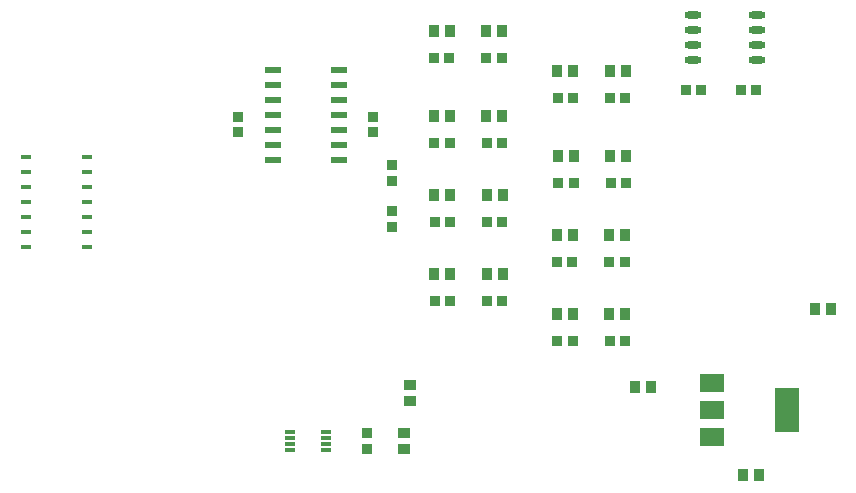
<source format=gbp>
G04*
G04 #@! TF.GenerationSoftware,Altium Limited,Altium Designer,20.0.11 (256)*
G04*
G04 Layer_Color=128*
%FSLAX25Y25*%
%MOIN*%
G70*
G01*
G75*
%ADD16R,0.03543X0.03937*%
%ADD17R,0.03937X0.03543*%
%ADD26R,0.03740X0.03347*%
%ADD27R,0.03347X0.03740*%
%ADD28R,0.03500X0.01654*%
%ADD29R,0.05709X0.02362*%
%ADD30O,0.05709X0.02362*%
%ADD64R,0.07874X0.05906*%
%ADD65R,0.07874X0.14961*%
%ADD66R,0.03543X0.01181*%
D16*
X314567Y37697D02*
D03*
X319882D02*
D03*
X350689Y8268D02*
D03*
X356004D02*
D03*
X374410Y63681D02*
D03*
X379724D02*
D03*
X270374Y75394D02*
D03*
X265059D02*
D03*
X247638D02*
D03*
X252953D02*
D03*
X311417Y142913D02*
D03*
X306102D02*
D03*
X288681D02*
D03*
X293996D02*
D03*
X270374Y101772D02*
D03*
X265059D02*
D03*
X247638D02*
D03*
X252953D02*
D03*
X311614Y114567D02*
D03*
X306299D02*
D03*
X288878D02*
D03*
X294193D02*
D03*
X270276Y127953D02*
D03*
X264961D02*
D03*
X247539D02*
D03*
X252854D02*
D03*
X270177Y156299D02*
D03*
X264862D02*
D03*
X247441D02*
D03*
X252756D02*
D03*
X311221Y88386D02*
D03*
X305906D02*
D03*
X288484D02*
D03*
X293799D02*
D03*
X288583Y62008D02*
D03*
X293898D02*
D03*
X311319D02*
D03*
X306004D02*
D03*
D17*
X239370Y38287D02*
D03*
Y32972D02*
D03*
X237421Y17028D02*
D03*
Y22343D02*
D03*
D26*
X233661Y111614D02*
D03*
Y106496D02*
D03*
Y91142D02*
D03*
Y96260D02*
D03*
X227362Y122736D02*
D03*
Y127854D02*
D03*
X182283Y122736D02*
D03*
Y127854D02*
D03*
X225197Y17126D02*
D03*
Y22244D02*
D03*
D27*
X331398Y136614D02*
D03*
X336516D02*
D03*
X355020Y136614D02*
D03*
X349902D02*
D03*
X265158Y66437D02*
D03*
X270276D02*
D03*
X247736D02*
D03*
X252854D02*
D03*
X306201Y133957D02*
D03*
X311319D02*
D03*
X288780D02*
D03*
X293898D02*
D03*
X265158Y92815D02*
D03*
X270276D02*
D03*
X247736D02*
D03*
X252854D02*
D03*
X306398Y105610D02*
D03*
X311516D02*
D03*
X288976D02*
D03*
X294094D02*
D03*
X265059Y118996D02*
D03*
X270177D02*
D03*
X247638D02*
D03*
X252756D02*
D03*
X264961Y147343D02*
D03*
X270079D02*
D03*
X247539D02*
D03*
X252658D02*
D03*
X306004Y79429D02*
D03*
X311122D02*
D03*
X288583D02*
D03*
X293701D02*
D03*
X288681Y53051D02*
D03*
X293799D02*
D03*
X306102D02*
D03*
X311221D02*
D03*
D28*
X131890Y114311D02*
D03*
Y109311D02*
D03*
Y104311D02*
D03*
Y99311D02*
D03*
Y94311D02*
D03*
Y89311D02*
D03*
Y84311D02*
D03*
X111417Y114311D02*
D03*
Y109311D02*
D03*
Y104311D02*
D03*
Y99311D02*
D03*
Y94311D02*
D03*
Y89311D02*
D03*
Y84311D02*
D03*
D29*
X215945Y143445D02*
D03*
Y138445D02*
D03*
Y133445D02*
D03*
Y128445D02*
D03*
Y123445D02*
D03*
Y118445D02*
D03*
Y113445D02*
D03*
X193898Y143445D02*
D03*
Y138445D02*
D03*
Y133445D02*
D03*
Y128445D02*
D03*
Y123445D02*
D03*
Y118445D02*
D03*
Y113445D02*
D03*
D30*
X333858Y146634D02*
D03*
Y151634D02*
D03*
Y156634D02*
D03*
Y161634D02*
D03*
X355315Y146634D02*
D03*
Y151634D02*
D03*
Y156634D02*
D03*
Y161634D02*
D03*
D64*
X340256Y20965D02*
D03*
Y30020D02*
D03*
Y39075D02*
D03*
D65*
X365059Y30020D02*
D03*
D66*
X211614Y22736D02*
D03*
Y20768D02*
D03*
Y18799D02*
D03*
Y16831D02*
D03*
X199409Y22736D02*
D03*
Y20768D02*
D03*
Y18799D02*
D03*
Y16831D02*
D03*
M02*

</source>
